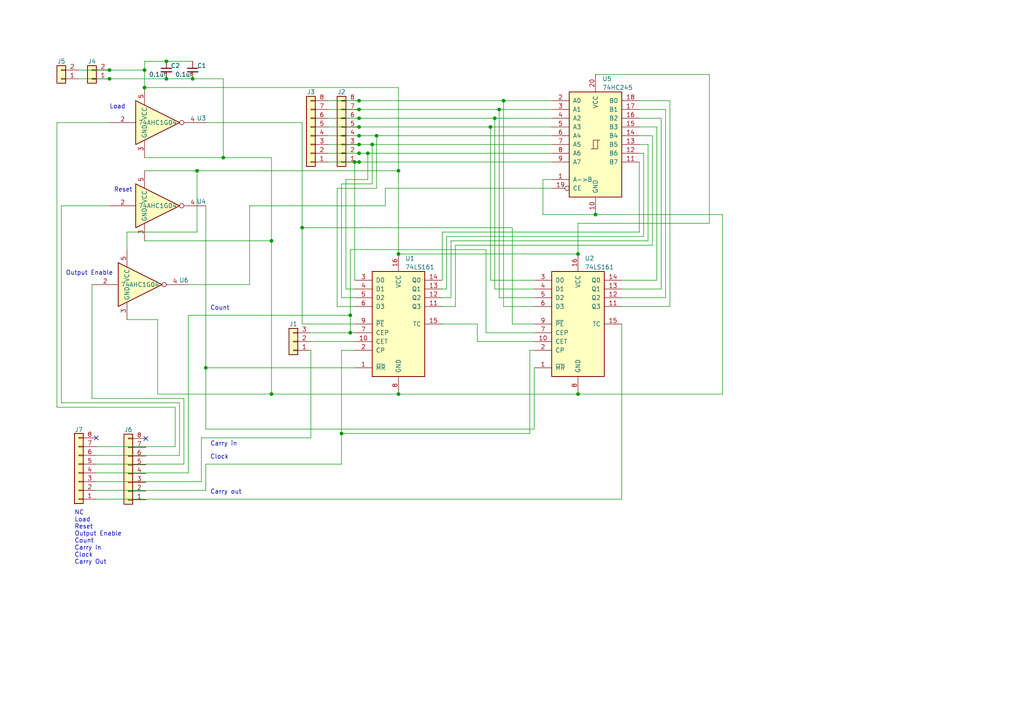
<source format=kicad_sch>
(kicad_sch (version 20230121) (generator eeschema)
  (paper "A4")
  (lib_symbols
    (symbol "74xGxx:74AHC1G04"
      (property "Reference" "U" (at -2.54 3.81 0))
      (property "Value" "74AHC1G04" (at 0 -3.81 0))
      (symbol "74AHC1G04_0_1"
        (polyline (pts (xy -7.62 6.35) (xy -7.62 -6.35) (xy 5.08 0) (xy -7.62 6.35)) (stroke (width 0.254)) (fill (type background)))
      )
      (symbol "74AHC1G04_1_1"
        (pin input line (at -15.24 0 0) (length 7.62) (name "~") (number "2"))
        (pin power_in line (at -5.08 -10.16 90) (length 5.08) (name "GND") (number "3"))
        (pin output inverted (at 12.7 0 180) (length 7.62) (name "~") (number "4"))
        (pin power_in line (at -5.08 10.16 270) (length 5.08) (name "VCC") (number "5"))
      )
    )
    (symbol "74xx:74HC245" (pin_names (offset 1.016))
      (property "Reference" "U" (at -7.62 16.51 0))
      (property "Value" "74HC245" (at -7.62 -16.51 0))
      (symbol "74HC245_1_0"
        (polyline (pts (xy -0.635 -1.27) (xy -0.635 1.27) (xy 0.635 1.27)))
        (polyline (pts (xy -1.27 -1.27) (xy 0.635 -1.27) (xy 0.635 1.27) (xy 1.27 1.27)))
        (pin input line (at -12.7 -10.16 0) (length 5.08) (name "A->B") (number "1"))
        (pin power_in line (at 0 -20.32 90) (length 5.08) (name "GND") (number "10"))
        (pin tri_state line (at 12.7 -5.08 180) (length 5.08) (name "B7") (number "11"))
        (pin tri_state line (at 12.7 -2.54 180) (length 5.08) (name "B6") (number "12"))
        (pin tri_state line (at 12.7 0 180) (length 5.08) (name "B5") (number "13"))
        (pin tri_state line (at 12.7 2.54 180) (length 5.08) (name "B4") (number "14"))
        (pin tri_state line (at 12.7 5.08 180) (length 5.08) (name "B3") (number "15"))
        (pin tri_state line (at 12.7 7.62 180) (length 5.08) (name "B2") (number "16"))
        (pin tri_state line (at 12.7 10.16 180) (length 5.08) (name "B1") (number "17"))
        (pin tri_state line (at 12.7 12.7 180) (length 5.08) (name "B0") (number "18"))
        (pin input inverted (at -12.7 -12.7 0) (length 5.08) (name "CE") (number "19"))
        (pin tri_state line (at -12.7 12.7 0) (length 5.08) (name "A0") (number "2"))
        (pin power_in line (at 0 20.32 270) (length 5.08) (name "VCC") (number "20"))
        (pin tri_state line (at -12.7 10.16 0) (length 5.08) (name "A1") (number "3"))
        (pin tri_state line (at -12.7 7.62 0) (length 5.08) (name "A2") (number "4"))
        (pin tri_state line (at -12.7 5.08 0) (length 5.08) (name "A3") (number "5"))
        (pin tri_state line (at -12.7 2.54 0) (length 5.08) (name "A4") (number "6"))
        (pin tri_state line (at -12.7 0 0) (length 5.08) (name "A5") (number "7"))
        (pin tri_state line (at -12.7 -2.54 0) (length 5.08) (name "A6") (number "8"))
        (pin tri_state line (at -12.7 -5.08 0) (length 5.08) (name "A7") (number "9"))
      )
      (symbol "74HC245_1_1"
        (rectangle (start -7.62 15.24) (end 7.62 -15.24) (stroke (width 0.254)) (fill (type background)))
      )
    )
    (symbol "74xx:74LS161" (pin_names (offset 1.016))
      (property "Reference" "U" (at -7.62 16.51 0))
      (property "Value" "74LS161" (at -7.62 -16.51 0))
      (symbol "74LS161_1_0"
        (pin input line (at -12.7 -12.7 0) (length 5.08) (name "~{MR}") (number "1"))
        (pin input line (at -12.7 -5.08 0) (length 5.08) (name "CET") (number "10"))
        (pin output line (at 12.7 5.08 180) (length 5.08) (name "Q3") (number "11"))
        (pin output line (at 12.7 7.62 180) (length 5.08) (name "Q2") (number "12"))
        (pin output line (at 12.7 10.16 180) (length 5.08) (name "Q1") (number "13"))
        (pin output line (at 12.7 12.7 180) (length 5.08) (name "Q0") (number "14"))
        (pin output line (at 12.7 0 180) (length 5.08) (name "TC") (number "15"))
        (pin power_in line (at 0 20.32 270) (length 5.08) (name "VCC") (number "16"))
        (pin input line (at -12.7 -7.62 0) (length 5.08) (name "CP") (number "2"))
        (pin input line (at -12.7 12.7 0) (length 5.08) (name "D0") (number "3"))
        (pin input line (at -12.7 10.16 0) (length 5.08) (name "D1") (number "4"))
        (pin input line (at -12.7 7.62 0) (length 5.08) (name "D2") (number "5"))
        (pin input line (at -12.7 5.08 0) (length 5.08) (name "D3") (number "6"))
        (pin input line (at -12.7 -2.54 0) (length 5.08) (name "CEP") (number "7"))
        (pin power_in line (at 0 -20.32 90) (length 5.08) (name "GND") (number "8"))
        (pin input line (at -12.7 0 0) (length 5.08) (name "~{PE}") (number "9"))
      )
      (symbol "74LS161_1_1"
        (rectangle (start -7.62 15.24) (end 7.62 -15.24) (stroke (width 0.254)) (fill (type background)))
      )
    )
    (symbol "Connector_Generic:Conn_01x02" (pin_names (offset 1.016) hide)
      (property "Reference" "J" (at 0 2.54 0))
      (property "Value" "Conn_01x02" (at 0 -5.08 0))
      (symbol "Conn_01x02_1_1"
        (rectangle (start -1.27 -2.413) (end 0 -2.667) (stroke (width 0.1524)))
        (rectangle (start -1.27 0.127) (end 0 -0.127) (stroke (width 0.1524)))
        (rectangle (start -1.27 1.27) (end 1.27 -3.81) (stroke (width 0.254)) (fill (type background)))
        (pin passive line (at -5.08 0 0) (length 3.81) (name "Pin_1") (number "1"))
        (pin passive line (at -5.08 -2.54 0) (length 3.81) (name "Pin_2") (number "2"))
      )
    )
    (symbol "Connector_Generic:Conn_01x03" (pin_names (offset 1.016) hide)
      (property "Reference" "J" (at 0 5.08 0))
      (property "Value" "Conn_01x03" (at 0 -5.08 0))
      (symbol "Conn_01x03_1_1"
        (rectangle (start -1.27 -2.413) (end 0 -2.667) (stroke (width 0.1524)))
        (rectangle (start -1.27 0.127) (end 0 -0.127) (stroke (width 0.1524)))
        (rectangle (start -1.27 2.667) (end 0 2.413) (stroke (width 0.1524)))
        (rectangle (start -1.27 3.81) (end 1.27 -3.81) (stroke (width 0.254)) (fill (type background)))
        (pin passive line (at -5.08 2.54 0) (length 3.81) (name "Pin_1") (number "1"))
        (pin passive line (at -5.08 0 0) (length 3.81) (name "Pin_2") (number "2"))
        (pin passive line (at -5.08 -2.54 0) (length 3.81) (name "Pin_3") (number "3"))
      )
    )
    (symbol "Connector_Generic:Conn_01x08" (pin_names (offset 1.016) hide)
      (property "Reference" "J" (at 0 10.16 0))
      (property "Value" "Conn_01x08" (at 0 -12.7 0))
      (symbol "Conn_01x08_1_1"
        (rectangle (start -1.27 -10.033) (end 0 -10.287) (stroke (width 0.1524)))
        (rectangle (start -1.27 -7.493) (end 0 -7.747) (stroke (width 0.1524)))
        (rectangle (start -1.27 -4.953) (end 0 -5.207) (stroke (width 0.1524)))
        (rectangle (start -1.27 -2.413) (end 0 -2.667) (stroke (width 0.1524)))
        (rectangle (start -1.27 0.127) (end 0 -0.127) (stroke (width 0.1524)))
        (rectangle (start -1.27 2.667) (end 0 2.413) (stroke (width 0.1524)))
        (rectangle (start -1.27 5.207) (end 0 4.953) (stroke (width 0.1524)))
        (rectangle (start -1.27 7.747) (end 0 7.493) (stroke (width 0.1524)))
        (rectangle (start -1.27 8.89) (end 1.27 -11.43) (stroke (width 0.254)) (fill (type background)))
        (pin passive line (at -5.08 7.62 0) (length 3.81) (name "Pin_1") (number "1"))
        (pin passive line (at -5.08 5.08 0) (length 3.81) (name "Pin_2") (number "2"))
        (pin passive line (at -5.08 2.54 0) (length 3.81) (name "Pin_3") (number "3"))
        (pin passive line (at -5.08 0 0) (length 3.81) (name "Pin_4") (number "4"))
        (pin passive line (at -5.08 -2.54 0) (length 3.81) (name "Pin_5") (number "5"))
        (pin passive line (at -5.08 -5.08 0) (length 3.81) (name "Pin_6") (number "6"))
        (pin passive line (at -5.08 -7.62 0) (length 3.81) (name "Pin_7") (number "7"))
        (pin passive line (at -5.08 -10.16 0) (length 3.81) (name "Pin_8") (number "8"))
      )
    )
    (symbol "Device:C_Small" (pin_numbers hide) (pin_names (offset 0.254) hide)
      (property "Reference" "C" (at 0.254 1.778 0))
      (property "Value" "C_Small" (at 0.254 -2.032 0))
      (symbol "C_Small_0_1"
        (polyline (pts (xy -1.524 -0.508) (xy 1.524 -0.508)) (stroke (width 0.3302)))
        (polyline (pts (xy -1.524 0.508) (xy 1.524 0.508)) (stroke (width 0.3048)))
      )
      (symbol "C_Small_1_1"
        (pin passive line (at 0 2.54 270) (length 2.032) (name "~") (number "1"))
        (pin passive line (at 0 -2.54 90) (length 2.032) (name "~") (number "2"))
      )
    )
  )
  (junction (at 104.14 31.75))
  (junction (at 104.14 39.37))
  (junction (at 99.06 125.73))
  (junction (at 31.75 22.86))
  (junction (at 87.63 66.04))
  (junction (at 31.75 20.32))
  (junction (at 59.69 106.68))
  (junction (at 55.88 22.86))
  (junction (at 109.22 39.37))
  (junction (at 101.6 91.44))
  (junction (at 167.64 73.66))
  (junction (at 78.74 69.85))
  (junction (at 41.91 20.32))
  (junction (at 144.78 31.75))
  (junction (at 115.57 49.53))
  (junction (at 57.15 49.53))
  (junction (at 172.72 62.23))
  (junction (at 142.24 36.83))
  (junction (at 106.68 44.45))
  (junction (at 104.14 36.83))
  (junction (at 64.77 45.72))
  (junction (at 104.14 41.91))
  (junction (at 78.74 114.3))
  (junction (at 143.51 34.29))
  (junction (at 146.05 29.21))
  (junction (at 115.57 114.3))
  (junction (at 104.14 46.99))
  (junction (at 115.57 73.66))
  (junction (at 104.14 29.21))
  (junction (at 107.95 41.91))
  (junction (at 101.6 96.52))
  (junction (at 104.14 44.45))
  (junction (at 48.26 22.86))
  (junction (at 104.14 34.29))
  (junction (at 167.64 114.3))
  (junction (at 41.91 25.4))
  (junction (at 48.26 17.78))
  (junction (at 102.87 46.99))
  (no_connect (at 42.3022 127.1873))
  (no_connect (at 27.94 127))
  (wire (pts (xy 209.55 114.3) (xy 167.64 114.3)))
  (wire (pts (xy 107.95 53.34) (xy 107.95 41.91)))
  (wire (pts (xy 190.5 36.83) (xy 185.42 36.83)))
  (wire (pts (xy 87.63 35.56) (xy 59.69 35.56)))
  (wire (pts (xy 185.42 67.31) (xy 185.42 46.99)))
  (wire (pts (xy 95.25 41.91) (xy 104.14 41.91)))
  (wire (pts (xy 102.87 46.99) (xy 104.14 46.99)))
  (wire (pts (xy 58.42 127) (xy 58.42 139.7)))
  (wire (pts (xy 95.25 31.75) (xy 104.14 31.75)))
  (wire (pts (xy 99.06 125.73) (xy 153.67 125.73)))
  (wire (pts (xy 17.78 59.69) (xy 17.78 116.84)))
  (wire (pts (xy 111.76 59.69) (xy 72.39 59.69)))
  (wire (pts (xy 59.69 124.46) (xy 59.69 106.68)))
  (wire (pts (xy 102.87 88.9) (xy 97.79 88.9)))
  (wire (pts (xy 132.08 88.9) (xy 132.08 71.12)))
  (wire (pts (xy 107.95 41.91) (xy 104.14 41.91)))
  (wire (pts (xy 189.23 71.12) (xy 189.23 39.37)))
  (wire (pts (xy 128.27 93.98) (xy 138.43 93.98)))
  (wire (pts (xy 27.94 139.7) (xy 58.42 139.7)))
  (wire (pts (xy 87.63 66.04) (xy 148.59 66.04)))
  (wire (pts (xy 48.26 22.86) (xy 55.88 22.86)))
  (wire (pts (xy 128.27 83.82) (xy 129.54 83.82)))
  (wire (pts (xy 41.91 25.4) (xy 115.57 25.4)))
  (wire (pts (xy 104.14 46.99) (xy 160.02 46.99)))
  (wire (pts (xy 128.27 81.28) (xy 128.27 67.31)))
  (wire (pts (xy 140.97 96.52) (xy 140.97 72.39)))
  (wire (pts (xy 41.91 45.72) (xy 64.77 45.72)))
  (wire (pts (xy 186.69 68.58) (xy 186.69 44.45)))
  (wire (pts (xy 90.17 99.06) (xy 102.87 99.06)))
  (wire (pts (xy 153.67 101.6) (xy 153.67 125.73)))
  (wire (pts (xy 109.22 39.37) (xy 104.14 39.37)))
  (wire (pts (xy 142.24 36.83) (xy 104.14 36.83)))
  (wire (pts (xy 54.61 91.44) (xy 54.61 137.16)))
  (wire (pts (xy 154.94 88.9) (xy 146.05 88.9)))
  (wire (pts (xy 194.31 29.21) (xy 185.42 29.21)))
  (wire (pts (xy 31.75 35.56) (xy 16.51 35.56)))
  (wire (pts (xy 146.05 29.21) (xy 104.14 29.21)))
  (wire (pts (xy 191.77 34.29) (xy 185.42 34.29)))
  (wire (pts (xy 53.34 134.62) (xy 27.94 134.62)))
  (wire (pts (xy 144.78 31.75) (xy 160.02 31.75)))
  (wire (pts (xy 78.74 69.85) (xy 78.74 114.3)))
  (wire (pts (xy 36.83 72.39) (xy 36.83 67.31)))
  (wire (pts (xy 59.69 134.62) (xy 59.69 142.24)))
  (wire (pts (xy 144.78 86.36) (xy 144.78 31.75)))
  (wire (pts (xy 99.06 53.34) (xy 107.95 53.34)))
  (wire (pts (xy 189.23 39.37) (xy 185.42 39.37)))
  (wire (pts (xy 50.8 129.54) (xy 27.94 129.54)))
  (wire (pts (xy 167.64 73.66) (xy 167.64 64.77)))
  (wire (pts (xy 111.76 54.61) (xy 111.76 59.69)))
  (wire (pts (xy 41.91 69.85) (xy 78.74 69.85)))
  (wire (pts (xy 31.75 59.69) (xy 17.78 59.69)))
  (wire (pts (xy 16.51 35.56) (xy 16.51 118.11)))
  (wire (pts (xy 209.55 62.23) (xy 209.55 114.3)))
  (wire (pts (xy 100.33 83.82) (xy 100.33 52.07)))
  (wire (pts (xy 107.95 41.91) (xy 160.02 41.91)))
  (wire (pts (xy 154.94 86.36) (xy 144.78 86.36)))
  (wire (pts (xy 58.42 127) (xy 90.17 127)))
  (wire (pts (xy 31.75 20.32) (xy 41.91 20.32)))
  (wire (pts (xy 180.34 83.82) (xy 191.77 83.82)))
  (wire (pts (xy 95.25 46.99) (xy 102.87 46.99)))
  (wire (pts (xy 95.25 44.45) (xy 104.14 44.45)))
  (wire (pts (xy 53.34 115.57) (xy 53.34 134.62)))
  (wire (pts (xy 144.78 31.75) (xy 104.14 31.75)))
  (wire (pts (xy 115.57 49.53) (xy 115.57 73.66)))
  (wire (pts (xy 95.25 36.83) (xy 104.14 36.83)))
  (wire (pts (xy 36.83 92.71) (xy 45.72 92.71)))
  (wire (pts (xy 142.24 36.83) (xy 160.02 36.83)))
  (wire (pts (xy 100.33 52.07) (xy 106.68 52.07)))
  (wire (pts (xy 187.96 69.85) (xy 187.96 41.91)))
  (wire (pts (xy 193.04 86.36) (xy 193.04 31.75)))
  (wire (pts (xy 157.48 62.23) (xy 172.72 62.23)))
  (wire (pts (xy 52.07 116.84) (xy 52.07 132.08)))
  (wire (pts (xy 143.51 34.29) (xy 160.02 34.29)))
  (wire (pts (xy 194.31 88.9) (xy 194.31 29.21)))
  (wire (pts (xy 95.25 39.37) (xy 104.14 39.37)))
  (wire (pts (xy 101.6 91.44) (xy 101.6 96.52)))
  (wire (pts (xy 99.06 125.73) (xy 99.06 134.62)))
  (wire (pts (xy 78.74 45.72) (xy 78.74 69.85)))
  (wire (pts (xy 72.39 82.55) (xy 54.61 82.55)))
  (wire (pts (xy 160.02 54.61) (xy 111.76 54.61)))
  (wire (pts (xy 154.94 106.68) (xy 154.94 124.46)))
  (wire (pts (xy 31.75 22.86) (xy 48.26 22.86)))
  (wire (pts (xy 90.17 101.6) (xy 90.17 127)))
  (wire (pts (xy 87.63 66.04) (xy 87.63 35.56)))
  (wire (pts (xy 59.69 134.62) (xy 99.06 134.62)))
  (wire (pts (xy 109.22 54.61) (xy 109.22 39.37)))
  (wire (pts (xy 97.79 88.9) (xy 97.79 54.61)))
  (wire (pts (xy 132.08 71.12) (xy 189.23 71.12)))
  (wire (pts (xy 190.5 81.28) (xy 190.5 36.83)))
  (wire (pts (xy 17.78 116.84) (xy 52.07 116.84)))
  (wire (pts (xy 143.51 83.82) (xy 143.51 34.29)))
  (wire (pts (xy 172.72 62.23) (xy 209.55 62.23)))
  (wire (pts (xy 186.69 44.45) (xy 185.42 44.45)))
  (wire (pts (xy 154.94 93.98) (xy 148.59 93.98)))
  (wire (pts (xy 154.94 96.52) (xy 140.97 96.52)))
  (wire (pts (xy 26.67 82.55) (xy 26.67 115.57)))
  (wire (pts (xy 138.43 93.98) (xy 138.43 99.06)))
  (wire (pts (xy 16.51 118.11) (xy 50.8 118.11)))
  (wire (pts (xy 27.94 144.78) (xy 180.34 144.78)))
  (wire (pts (xy 140.97 72.39) (xy 101.6 72.39)))
  (wire (pts (xy 64.77 45.72) (xy 78.74 45.72)))
  (wire (pts (xy 102.87 106.68) (xy 59.69 106.68)))
  (wire (pts (xy 180.34 93.98) (xy 180.34 144.78)))
  (wire (pts (xy 180.34 86.36) (xy 193.04 86.36)))
  (wire (pts (xy 130.81 69.85) (xy 187.96 69.85)))
  (wire (pts (xy 154.94 83.82) (xy 143.51 83.82)))
  (wire (pts (xy 102.87 83.82) (xy 100.33 83.82)))
  (wire (pts (xy 102.87 81.28) (xy 102.87 46.99)))
  (wire (pts (xy 106.68 52.07) (xy 106.68 44.45)))
  (wire (pts (xy 180.34 81.28) (xy 190.5 81.28)))
  (wire (pts (xy 129.54 68.58) (xy 186.69 68.58)))
  (wire (pts (xy 154.94 81.28) (xy 142.24 81.28)))
  (wire (pts (xy 55.88 17.78) (xy 48.26 17.78)))
  (wire (pts (xy 154.94 101.6) (xy 153.67 101.6)))
  (wire (pts (xy 115.57 73.66) (xy 167.64 73.66)))
  (wire (pts (xy 22.86 22.86) (xy 31.75 22.86)))
  (wire (pts (xy 102.87 101.6) (xy 99.06 101.6)))
  (wire (pts (xy 102.87 93.98) (xy 87.63 93.98)))
  (wire (pts (xy 41.91 25.4) (xy 41.91 20.32)))
  (wire (pts (xy 90.17 96.52) (xy 101.6 96.52)))
  (wire (pts (xy 52.07 132.08) (xy 27.94 132.08)))
  (wire (pts (xy 54.61 91.44) (xy 101.6 91.44)))
  (wire (pts (xy 193.04 31.75) (xy 185.42 31.75)))
  (wire (pts (xy 97.79 54.61) (xy 109.22 54.61)))
  (wire (pts (xy 45.72 114.3) (xy 78.74 114.3)))
  (wire (pts (xy 99.06 101.6) (xy 99.06 125.73)))
  (wire (pts (xy 142.24 81.28) (xy 142.24 36.83)))
  (wire (pts (xy 27.94 142.24) (xy 59.69 142.24)))
  (wire (pts (xy 26.67 115.57) (xy 53.34 115.57)))
  (wire (pts (xy 36.83 67.31) (xy 57.15 67.31)))
  (wire (pts (xy 54.61 137.16) (xy 27.94 137.16)))
  (wire (pts (xy 160.02 52.07) (xy 157.48 52.07)))
  (wire (pts (xy 146.05 29.21) (xy 160.02 29.21)))
  (wire (pts (xy 115.57 25.4) (xy 115.57 49.53)))
  (wire (pts (xy 191.77 83.82) (xy 191.77 34.29)))
  (wire (pts (xy 128.27 86.36) (xy 130.81 86.36)))
  (wire (pts (xy 41.91 49.53) (xy 57.15 49.53)))
  (wire (pts (xy 130.81 86.36) (xy 130.81 69.85)))
  (wire (pts (xy 154.94 124.46) (xy 59.69 124.46)))
  (wire (pts (xy 59.69 106.68) (xy 59.69 59.69)))
  (wire (pts (xy 48.26 17.78) (xy 41.91 17.78)))
  (wire (pts (xy 41.91 17.78) (xy 41.91 20.32)))
  (wire (pts (xy 115.57 114.3) (xy 167.64 114.3)))
  (wire (pts (xy 101.6 72.39) (xy 101.6 91.44)))
  (wire (pts (xy 187.96 41.91) (xy 185.42 41.91)))
  (wire (pts (xy 102.87 86.36) (xy 99.06 86.36)))
  (wire (pts (xy 205.74 21.59) (xy 172.72 21.59)))
  (wire (pts (xy 104.14 44.45) (xy 106.68 44.45)))
  (wire (pts (xy 143.51 34.29) (xy 104.14 34.29)))
  (wire (pts (xy 87.63 93.98) (xy 87.63 66.04)))
  (wire (pts (xy 129.54 83.82) (xy 129.54 68.58)))
  (wire (pts (xy 109.22 39.37) (xy 160.02 39.37)))
  (wire (pts (xy 128.27 88.9) (xy 132.08 88.9)))
  (wire (pts (xy 45.72 92.71) (xy 45.72 114.3)))
  (wire (pts (xy 50.8 118.11) (xy 50.8 129.54)))
  (wire (pts (xy 148.59 93.98) (xy 148.59 66.04)))
  (wire (pts (xy 95.25 34.29) (xy 104.14 34.29)))
  (wire (pts (xy 180.34 88.9) (xy 194.31 88.9)))
  (wire (pts (xy 167.64 64.77) (xy 205.74 64.77)))
  (wire (pts (xy 78.74 114.3) (xy 115.57 114.3)))
  (wire (pts (xy 128.27 67.31) (xy 185.42 67.31)))
  (wire (pts (xy 72.39 59.69) (xy 72.39 82.55)))
  (wire (pts (xy 95.25 29.21) (xy 104.14 29.21)))
  (wire (pts (xy 106.68 44.45) (xy 160.02 44.45)))
  (wire (pts (xy 57.15 67.31) (xy 57.15 49.53)))
  (wire (pts (xy 99.06 86.36) (xy 99.06 53.34)))
  (wire (pts (xy 22.86 20.32) (xy 31.75 20.32)))
  (wire (pts (xy 55.88 22.86) (xy 64.77 22.86)))
  (wire (pts (xy 57.15 49.53) (xy 115.57 49.53)))
  (wire (pts (xy 146.05 88.9) (xy 146.05 29.21)))
  (wire (pts (xy 101.6 96.52) (xy 102.87 96.52)))
  (wire (pts (xy 205.74 64.77) (xy 205.74 21.59)))
  (wire (pts (xy 157.48 52.07) (xy 157.48 62.23)))
  (wire (pts (xy 138.43 99.06) (xy 154.94 99.06)))
  (wire (pts (xy 64.77 22.86) (xy 64.77 45.72)))
  (text "Load" (at 31.75 31.75 0) (effects (font (size 1.27 1.27)) (justify left bottom)))
  (text "Carry in" (at 60.96 129.54 0) (effects (font (size 1.27 1.27)) (justify left bottom)))
  (text "Clock" (at 60.96 133.35 0) (effects (font (size 1.27 1.27)) (justify left bottom)))
  (text "Reset" (at 33.02 55.88 0) (effects (font (size 1.27 1.27)) (justify left bottom)))
  (text "Output Enable" (at 19.05 80.01 0) (effects (font (size 1.27 1.27)) (justify left bottom)))
  (text "Carry out" (at 60.96 143.51 0) (effects (font (size 1.27 1.27)) (justify left bottom)))
  (text "NC\nLoad\nReset\nOutput Enable\nCount\nCarry In\nClock\nCarry Out" (at 21.59 163.83 0) (effects (font (size 1.27 1.27)) (justify left bottom)))
  (text "Count" (at 60.96 90.17 0) (effects (font (size 1.27 1.27)) (justify left bottom)))
  (symbol (lib_id "Connector_Generic:Conn_01x08") (at 99.06 39.37 180) (unit 1)
    (property "Reference" "J2" (at 99.06 26.67 0))
    (property "Value" "Conn_01x08" (effects hide))
    (property "Footprint" "Connector_PinHeader_2.54mm:PinHeader_1x08_P2.54mm_Vertical" (effects hide))
  )
  (symbol (lib_id "Connector_Generic:Conn_01x08") (at 22.86 137.16 180) (unit 1)
    (property "Reference" "J7" (at 22.86 124.6473 0))
    (property "Value" "Conn_01x08" (effects hide))
    (property "Footprint" "Connector_PinHeader_2.54mm:PinHeader_1x08_P2.54mm_Vertical" (effects hide))
  )
  (symbol (lib_id "Connector_Generic:Conn_01x08") (at 37.2222 137.3473 180) (unit 1)
    (property "Reference" "J6" (at 37.2222 124.6473 0))
    (property "Value" "Conn_01x08" (effects hide))
    (property "Footprint" "Connector_PinHeader_2.54mm:PinHeader_1x08_P2.54mm_Vertical" (effects hide))
  )
  (symbol (lib_id "Connector_Generic:Conn_01x02") (at 26.67 22.86 180) (unit 1)
    (property "Reference" "J4" (at 26.67 17.78 0))
    (property "Value" "Conn_01x02" (effects hide))
    (property "Footprint" "Connector_PinHeader_2.54mm:PinHeader_1x02_P2.54mm_Vertical" (effects hide))
  )
  (symbol (lib_id "74xx:74LS161") (at 115.57 93.98 0) (unit 1)
    (property "Reference" "U1" (at 117.5259 74.93 0) (effects (justify left)))
    (property "Value" "74LS161" (at 117.5259 77.47 0) (effects (justify left)))
    (property "Footprint" "Package_SO:SOIC-16_4.55x10.3mm_P1.27mm" (effects hide))
    (property "Datasheet" "http://www.ti.com/lit/gpn/sn74LS161" (effects hide))
  )
  (symbol (lib_id "74xx:74LS161") (at 167.64 93.98 0) (unit 1)
    (property "Reference" "U2" (at 169.5959 74.93 0) (effects (justify left)))
    (property "Value" "74LS161" (at 169.5959 77.47 0) (effects (justify left)))
    (property "Footprint" "Package_SO:SOIC-16_4.55x10.3mm_P1.27mm" (effects hide))
    (property "Datasheet" "http://www.ti.com/lit/gpn/sn74LS161" (effects hide))
  )
  (symbol (lib_id "74xx:74HC245") (at 172.72 41.91 0) (unit 1)
    (property "Reference" "U5" (at 174.6759 22.86 0) (effects (justify left)))
    (property "Value" "74HC245" (at 174.6759 25.4 0) (effects (justify left)))
    (property "Footprint" "Package_SO:SOIC-14W_7.5x9mm_P1.27mm" (effects hide))
    (property "Datasheet" "http://www.ti.com/lit/gpn/sn74HC245" (effects hide))
  )
  (symbol (lib_id "Connector_Generic:Conn_01x03") (at 85.09 99.06 180) (unit 1)
    (property "Reference" "J1" (at 85.09 93.98 0))
    (property "Value" "Conn_01x03" (effects hide))
    (property "Footprint" "Connector_PinHeader_2.54mm:PinHeader_1x03_P2.54mm_Vertical" (effects hide))
  )
  (symbol (lib_id "Connector_Generic:Conn_01x08") (at 90.17 39.37 180) (unit 1)
    (property "Reference" "J3" (at 90.17 26.67 0))
    (property "Value" "Conn_01x08" (effects hide))
    (property "Footprint" "Connector_PinHeader_2.54mm:PinHeader_1x08_P2.54mm_Vertical" (effects hide))
  )
  (symbol (lib_id "Device:C_Small") (at 48.26 20.32 0) (unit 1)
    (property "Reference" "C2" (at 49.53 19.05 0) (effects (justify left)))
    (property "Value" "0.1uf" (at 43.18 21.59 0) (effects (justify left)))
    (property "Footprint" "Capacitor_SMD:C_0603_1608Metric_Pad1.08x0.95mm_HandSolder" (effects hide))
  )
  (symbol (lib_id "Device:C_Small") (at 55.88 20.32 0) (unit 1)
    (property "Reference" "C1" (at 57.15 19.05 0) (effects (justify left)))
    (property "Value" "0.1uf" (at 50.8 21.59 0) (effects (justify left)))
    (property "Footprint" "Capacitor_SMD:C_0603_1608Metric_Pad1.08x0.95mm_HandSolder" (effects hide))
  )
  (symbol (lib_id "74xGxx:74AHC1G04") (at 41.91 82.55 0) (unit 1)
    (property "Reference" "U6" (at 53.34 81.28 0))
    (property "Value" "74AHC1G04" (at 40.64 82.55 0))
    (property "Footprint" "Package_SO:TSOP-5_1.65x3.05mm_P0.95mm" (effects hide))
    (property "Datasheet" "http://www.ti.com/lit/sg/scyt129e/scyt129e.pdf" (effects hide))
  )
  (symbol (lib_id "74xGxx:74AHC1G04") (at 46.99 35.56 0) (unit 1)
    (property "Reference" "U3" (at 58.42 34.29 0))
    (property "Value" "74AHC1G04" (at 45.72 35.56 0))
    (property "Footprint" "Package_SO:TSOP-5_1.65x3.05mm_P0.95mm" (effects hide))
    (property "Datasheet" "http://www.ti.com/lit/sg/scyt129e/scyt129e.pdf" (effects hide))
  )
  (symbol (lib_id "Connector_Generic:Conn_01x02") (at 17.78 22.86 180) (unit 1)
    (property "Reference" "J5" (at 17.78 17.78 0))
    (property "Value" "Conn_01x02" (effects hide))
    (property "Footprint" "Connector_PinHeader_2.54mm:PinHeader_1x02_P2.54mm_Vertical" (effects hide))
  )
  (symbol (lib_id "74xGxx:74AHC1G04") (at 46.99 59.69 0) (unit 1)
    (property "Reference" "U4" (at 58.42 58.42 0))
    (property "Value" "74AHC1G04" (at 45.72 59.69 0))
    (property "Footprint" "Package_SO:TSOP-5_1.65x3.05mm_P0.95mm" (effects hide))
    (property "Datasheet" "http://www.ti.com/lit/sg/scyt129e/scyt129e.pdf" (effects hide))
  )
)
</source>
